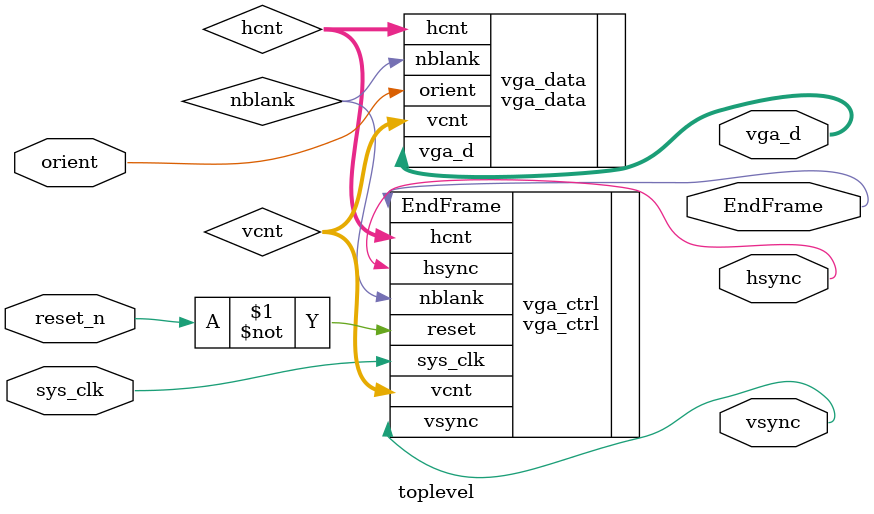
<source format=v>
module toplevel(reset_n,sys_clk,orient,hsync,vsync,EndFrame,vga_d);
    input reset_n,sys_clk,orient;
    output hsync,vsync,EndFrame;
    output[2:0] vga_d;

    wire [9:0] hcnt,vcnt;
    wire nblank;

    vga_ctrl vga_ctrl(
    .reset(~reset_n),
    .sys_clk(sys_clk),//系统时钟信号
    .hsync(hsync),//行同步信号，低电平有效
    .vsync(vsync),//帧同步信号，低电平有效
    .EndFrame(EndFrame),//一帧扫描结束标志
    .nblank(nblank),//消隐信号，低电平有效
    .hcnt(hcnt),
    .vcnt(vcnt));

    vga_data vga_data(
    .orient(orient),//拨码开关CS1控制信号（高电平为置OFF)
    .nblank(nblank),
    .hcnt(hcnt),
    .vcnt(vcnt),
    .vga_d(vga_d)); //三基色输出信号，从高位到低位分别表示蓝、绿、红

endmodule


</source>
